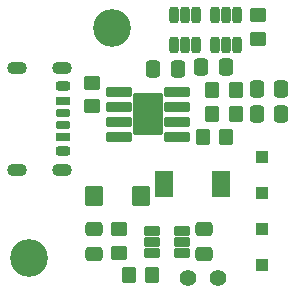
<source format=gbr>
%TF.GenerationSoftware,KiCad,Pcbnew,9.0.3*%
%TF.CreationDate,2025-11-25T19:37:03-05:00*%
%TF.ProjectId,Wren,5772656e-2e6b-4696-9361-645f70636258,rev?*%
%TF.SameCoordinates,Original*%
%TF.FileFunction,Soldermask,Top*%
%TF.FilePolarity,Negative*%
%FSLAX46Y46*%
G04 Gerber Fmt 4.6, Leading zero omitted, Abs format (unit mm)*
G04 Created by KiCad (PCBNEW 9.0.3) date 2025-11-25 19:37:03*
%MOMM*%
%LPD*%
G01*
G04 APERTURE LIST*
G04 Aperture macros list*
%AMRoundRect*
0 Rectangle with rounded corners*
0 $1 Rounding radius*
0 $2 $3 $4 $5 $6 $7 $8 $9 X,Y pos of 4 corners*
0 Add a 4 corners polygon primitive as box body*
4,1,4,$2,$3,$4,$5,$6,$7,$8,$9,$2,$3,0*
0 Add four circle primitives for the rounded corners*
1,1,$1+$1,$2,$3*
1,1,$1+$1,$4,$5*
1,1,$1+$1,$6,$7*
1,1,$1+$1,$8,$9*
0 Add four rect primitives between the rounded corners*
20,1,$1+$1,$2,$3,$4,$5,0*
20,1,$1+$1,$4,$5,$6,$7,0*
20,1,$1+$1,$6,$7,$8,$9,0*
20,1,$1+$1,$8,$9,$2,$3,0*%
G04 Aperture macros list end*
%ADD10RoundRect,0.100500X-0.986500X-0.301500X0.986500X-0.301500X0.986500X0.301500X-0.986500X0.301500X0*%
%ADD11RoundRect,0.102000X-1.206500X-1.651000X1.206500X-1.651000X1.206500X1.651000X-1.206500X1.651000X0*%
%ADD12RoundRect,0.143397X-0.616603X-0.696603X0.616603X-0.696603X0.616603X0.696603X-0.616603X0.696603X0*%
%ADD13RoundRect,0.250000X0.337500X0.475000X-0.337500X0.475000X-0.337500X-0.475000X0.337500X-0.475000X0*%
%ADD14RoundRect,0.250000X-0.475000X0.337500X-0.475000X-0.337500X0.475000X-0.337500X0.475000X0.337500X0*%
%ADD15RoundRect,0.175000X-0.425000X0.175000X-0.425000X-0.175000X0.425000X-0.175000X0.425000X0.175000X0*%
%ADD16RoundRect,0.190000X0.410000X-0.190000X0.410000X0.190000X-0.410000X0.190000X-0.410000X-0.190000X0*%
%ADD17RoundRect,0.200000X0.400000X-0.200000X0.400000X0.200000X-0.400000X0.200000X-0.400000X-0.200000X0*%
%ADD18RoundRect,0.175000X0.425000X-0.175000X0.425000X0.175000X-0.425000X0.175000X-0.425000X-0.175000X0*%
%ADD19RoundRect,0.190000X-0.410000X0.190000X-0.410000X-0.190000X0.410000X-0.190000X0.410000X0.190000X0*%
%ADD20RoundRect,0.200000X-0.400000X0.200000X-0.400000X-0.200000X0.400000X-0.200000X0.400000X0.200000X0*%
%ADD21O,1.700000X1.100000*%
%ADD22RoundRect,0.250000X-0.337500X-0.475000X0.337500X-0.475000X0.337500X0.475000X-0.337500X0.475000X0*%
%ADD23RoundRect,0.198500X-0.508500X-0.198500X0.508500X-0.198500X0.508500X0.198500X-0.508500X0.198500X0*%
%ADD24RoundRect,0.250000X0.350000X0.450000X-0.350000X0.450000X-0.350000X-0.450000X0.350000X-0.450000X0*%
%ADD25RoundRect,0.198500X0.198500X-0.508500X0.198500X0.508500X-0.198500X0.508500X-0.198500X-0.508500X0*%
%ADD26C,3.200000*%
%ADD27RoundRect,0.250000X-0.350000X-0.450000X0.350000X-0.450000X0.350000X0.450000X-0.350000X0.450000X0*%
%ADD28RoundRect,0.250000X-0.450000X0.350000X-0.450000X-0.350000X0.450000X-0.350000X0.450000X0.350000X0*%
%ADD29R,1.600000X2.200000*%
%ADD30RoundRect,0.250000X0.475000X-0.337500X0.475000X0.337500X-0.475000X0.337500X-0.475000X-0.337500X0*%
%ADD31R,1.000000X1.000000*%
%ADD32RoundRect,0.250000X0.450000X-0.350000X0.450000X0.350000X-0.450000X0.350000X-0.450000X-0.350000X0*%
%ADD33RoundRect,0.198500X-0.198500X0.508500X-0.198500X-0.508500X0.198500X-0.508500X0.198500X0.508500X0*%
%ADD34C,1.400000*%
G04 APERTURE END LIST*
D10*
%TO.C,U8*%
X96850000Y-174190000D03*
X96850000Y-175460000D03*
X96850000Y-176730000D03*
X96850000Y-178000000D03*
X101800000Y-178000000D03*
X101800000Y-176730000D03*
X101800000Y-175460000D03*
X101800000Y-174190000D03*
D11*
X99325000Y-176095000D03*
%TD*%
D12*
%TO.C,D144*%
X94785000Y-183000000D03*
X98715000Y-183000000D03*
%TD*%
D13*
%TO.C,C77*%
X101837500Y-172250000D03*
X99762500Y-172250000D03*
%TD*%
D14*
%TO.C,C76*%
X104115000Y-185862500D03*
X104115000Y-187937500D03*
%TD*%
D15*
%TO.C,J13*%
X92130000Y-175980000D03*
D16*
X92130000Y-178000000D03*
D17*
X92130000Y-179230000D03*
D18*
X92130000Y-176980000D03*
D19*
X92130000Y-174960000D03*
D20*
X92130000Y-173730000D03*
D21*
X92050000Y-172160000D03*
X88250000Y-172160000D03*
X92050000Y-180800000D03*
X88250000Y-180800000D03*
%TD*%
D22*
%TO.C,D146*%
X108550000Y-176100000D03*
X110625000Y-176100000D03*
%TD*%
%TO.C,C78*%
X103862500Y-172091500D03*
X105937500Y-172091500D03*
%TD*%
D23*
%TO.C,U6*%
X99713500Y-185950000D03*
X99713500Y-186900000D03*
X99713500Y-187850000D03*
X102223500Y-187850000D03*
X102223500Y-186900000D03*
X102223500Y-185950000D03*
%TD*%
D24*
%TO.C,R9*%
X99715000Y-189750000D03*
X97715000Y-189750000D03*
%TD*%
D25*
%TO.C,Q2*%
X101500000Y-170250000D03*
X102450000Y-170250000D03*
X103400000Y-170250000D03*
X103400000Y-167740000D03*
X102450000Y-167740000D03*
X101500000Y-167740000D03*
%TD*%
D26*
%TO.C,H11*%
X96250000Y-168775000D03*
%TD*%
D27*
%TO.C,R11*%
X104762500Y-174050000D03*
X106762500Y-174050000D03*
%TD*%
D28*
%TO.C,R8*%
X96915000Y-185850000D03*
X96915000Y-187850000D03*
%TD*%
D29*
%TO.C,L2*%
X105525000Y-182000000D03*
X100725000Y-182000000D03*
%TD*%
D30*
%TO.C,C75*%
X94765000Y-187937500D03*
X94765000Y-185862500D03*
%TD*%
D27*
%TO.C,R13*%
X104762500Y-176050000D03*
X106762500Y-176050000D03*
%TD*%
D31*
%TO.C,J11*%
X108950000Y-182800000D03*
%TD*%
D28*
%TO.C,R12*%
X108650000Y-167741500D03*
X108650000Y-169741500D03*
%TD*%
D32*
%TO.C,R14*%
X94600000Y-175450000D03*
X94600000Y-173450000D03*
%TD*%
D27*
%TO.C,R10*%
X103950000Y-178000000D03*
X105950000Y-178000000D03*
%TD*%
D26*
%TO.C,H12*%
X89250000Y-188275000D03*
%TD*%
D31*
%TO.C,J10*%
X108950000Y-179750000D03*
%TD*%
%TO.C,J12*%
X108950000Y-188900000D03*
%TD*%
D33*
%TO.C,U7*%
X106900000Y-167733000D03*
X105950000Y-167733000D03*
X105000000Y-167733000D03*
X105000000Y-170243000D03*
X105950000Y-170243000D03*
X106900000Y-170243000D03*
%TD*%
D22*
%TO.C,D145*%
X108550000Y-174000000D03*
X110625000Y-174000000D03*
%TD*%
D34*
%TO.C,TP2*%
X105250000Y-189950000D03*
X102710000Y-189950000D03*
%TD*%
D31*
%TO.C,J14*%
X108950000Y-185850000D03*
%TD*%
M02*

</source>
